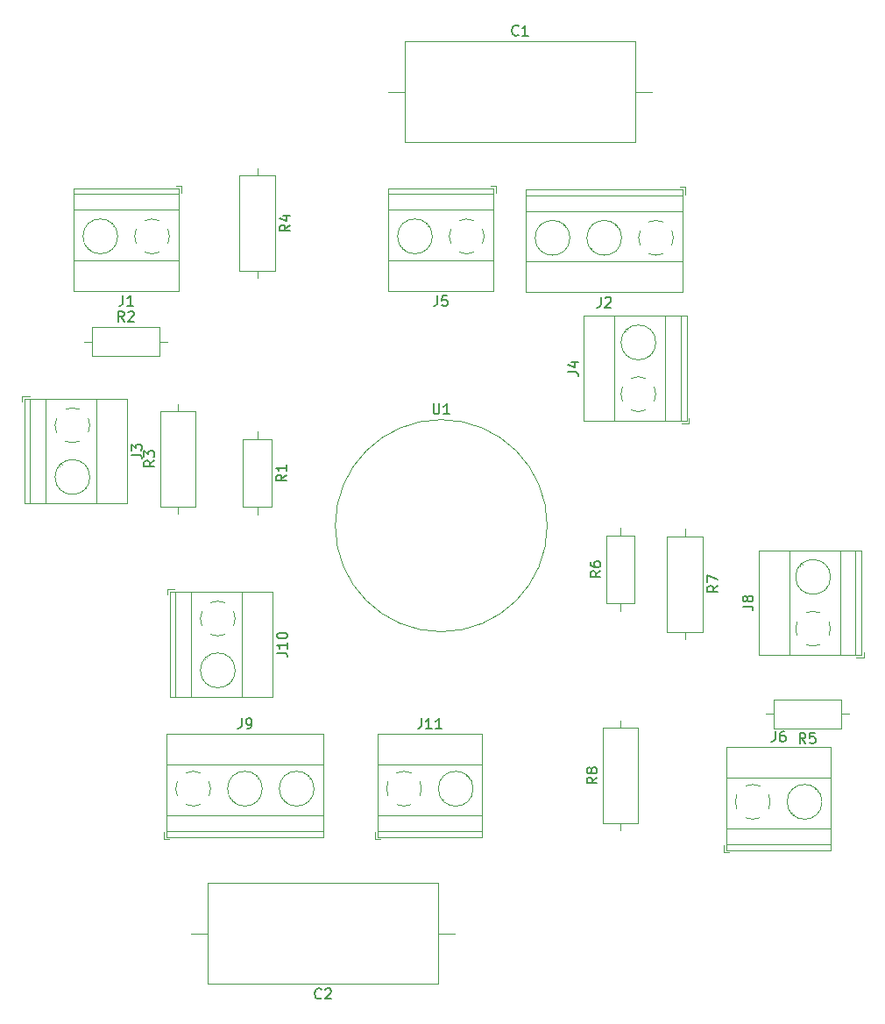
<source format=gbr>
%TF.GenerationSoftware,KiCad,Pcbnew,8.0.3*%
%TF.CreationDate,2024-06-11T18:53:39-07:00*%
%TF.ProjectId,multi-channel-preamp,6d756c74-692d-4636-9861-6e6e656c2d70,rev?*%
%TF.SameCoordinates,Original*%
%TF.FileFunction,Legend,Top*%
%TF.FilePolarity,Positive*%
%FSLAX46Y46*%
G04 Gerber Fmt 4.6, Leading zero omitted, Abs format (unit mm)*
G04 Created by KiCad (PCBNEW 8.0.3) date 2024-06-11 18:53:39*
%MOMM*%
%LPD*%
G01*
G04 APERTURE LIST*
%ADD10C,0.150000*%
%ADD11C,0.120000*%
G04 APERTURE END LIST*
D10*
X121280476Y-108764819D02*
X121280476Y-109479104D01*
X121280476Y-109479104D02*
X121232857Y-109621961D01*
X121232857Y-109621961D02*
X121137619Y-109717200D01*
X121137619Y-109717200D02*
X120994762Y-109764819D01*
X120994762Y-109764819D02*
X120899524Y-109764819D01*
X122280476Y-109764819D02*
X121709048Y-109764819D01*
X121994762Y-109764819D02*
X121994762Y-108764819D01*
X121994762Y-108764819D02*
X121899524Y-108907676D01*
X121899524Y-108907676D02*
X121804286Y-109002914D01*
X121804286Y-109002914D02*
X121709048Y-109050533D01*
X123232857Y-109764819D02*
X122661429Y-109764819D01*
X122947143Y-109764819D02*
X122947143Y-108764819D01*
X122947143Y-108764819D02*
X122851905Y-108907676D01*
X122851905Y-108907676D02*
X122756667Y-109002914D01*
X122756667Y-109002914D02*
X122661429Y-109050533D01*
X107314819Y-102449523D02*
X108029104Y-102449523D01*
X108029104Y-102449523D02*
X108171961Y-102497142D01*
X108171961Y-102497142D02*
X108267200Y-102592380D01*
X108267200Y-102592380D02*
X108314819Y-102735237D01*
X108314819Y-102735237D02*
X108314819Y-102830475D01*
X108314819Y-101449523D02*
X108314819Y-102020951D01*
X108314819Y-101735237D02*
X107314819Y-101735237D01*
X107314819Y-101735237D02*
X107457676Y-101830475D01*
X107457676Y-101830475D02*
X107552914Y-101925713D01*
X107552914Y-101925713D02*
X107600533Y-102020951D01*
X107314819Y-100830475D02*
X107314819Y-100735237D01*
X107314819Y-100735237D02*
X107362438Y-100639999D01*
X107362438Y-100639999D02*
X107410057Y-100592380D01*
X107410057Y-100592380D02*
X107505295Y-100544761D01*
X107505295Y-100544761D02*
X107695771Y-100497142D01*
X107695771Y-100497142D02*
X107933866Y-100497142D01*
X107933866Y-100497142D02*
X108124342Y-100544761D01*
X108124342Y-100544761D02*
X108219580Y-100592380D01*
X108219580Y-100592380D02*
X108267200Y-100639999D01*
X108267200Y-100639999D02*
X108314819Y-100735237D01*
X108314819Y-100735237D02*
X108314819Y-100830475D01*
X108314819Y-100830475D02*
X108267200Y-100925713D01*
X108267200Y-100925713D02*
X108219580Y-100973332D01*
X108219580Y-100973332D02*
X108124342Y-101020951D01*
X108124342Y-101020951D02*
X107933866Y-101068570D01*
X107933866Y-101068570D02*
X107695771Y-101068570D01*
X107695771Y-101068570D02*
X107505295Y-101020951D01*
X107505295Y-101020951D02*
X107410057Y-100973332D01*
X107410057Y-100973332D02*
X107362438Y-100925713D01*
X107362438Y-100925713D02*
X107314819Y-100830475D01*
X103886666Y-108764819D02*
X103886666Y-109479104D01*
X103886666Y-109479104D02*
X103839047Y-109621961D01*
X103839047Y-109621961D02*
X103743809Y-109717200D01*
X103743809Y-109717200D02*
X103600952Y-109764819D01*
X103600952Y-109764819D02*
X103505714Y-109764819D01*
X104410476Y-109764819D02*
X104600952Y-109764819D01*
X104600952Y-109764819D02*
X104696190Y-109717200D01*
X104696190Y-109717200D02*
X104743809Y-109669580D01*
X104743809Y-109669580D02*
X104839047Y-109526723D01*
X104839047Y-109526723D02*
X104886666Y-109336247D01*
X104886666Y-109336247D02*
X104886666Y-108955295D01*
X104886666Y-108955295D02*
X104839047Y-108860057D01*
X104839047Y-108860057D02*
X104791428Y-108812438D01*
X104791428Y-108812438D02*
X104696190Y-108764819D01*
X104696190Y-108764819D02*
X104505714Y-108764819D01*
X104505714Y-108764819D02*
X104410476Y-108812438D01*
X104410476Y-108812438D02*
X104362857Y-108860057D01*
X104362857Y-108860057D02*
X104315238Y-108955295D01*
X104315238Y-108955295D02*
X104315238Y-109193390D01*
X104315238Y-109193390D02*
X104362857Y-109288628D01*
X104362857Y-109288628D02*
X104410476Y-109336247D01*
X104410476Y-109336247D02*
X104505714Y-109383866D01*
X104505714Y-109383866D02*
X104696190Y-109383866D01*
X104696190Y-109383866D02*
X104791428Y-109336247D01*
X104791428Y-109336247D02*
X104839047Y-109288628D01*
X104839047Y-109288628D02*
X104886666Y-109193390D01*
X152310919Y-97953333D02*
X153025204Y-97953333D01*
X153025204Y-97953333D02*
X153168061Y-98000952D01*
X153168061Y-98000952D02*
X153263300Y-98096190D01*
X153263300Y-98096190D02*
X153310919Y-98239047D01*
X153310919Y-98239047D02*
X153310919Y-98334285D01*
X152739490Y-97334285D02*
X152691871Y-97429523D01*
X152691871Y-97429523D02*
X152644252Y-97477142D01*
X152644252Y-97477142D02*
X152549014Y-97524761D01*
X152549014Y-97524761D02*
X152501395Y-97524761D01*
X152501395Y-97524761D02*
X152406157Y-97477142D01*
X152406157Y-97477142D02*
X152358538Y-97429523D01*
X152358538Y-97429523D02*
X152310919Y-97334285D01*
X152310919Y-97334285D02*
X152310919Y-97143809D01*
X152310919Y-97143809D02*
X152358538Y-97048571D01*
X152358538Y-97048571D02*
X152406157Y-97000952D01*
X152406157Y-97000952D02*
X152501395Y-96953333D01*
X152501395Y-96953333D02*
X152549014Y-96953333D01*
X152549014Y-96953333D02*
X152644252Y-97000952D01*
X152644252Y-97000952D02*
X152691871Y-97048571D01*
X152691871Y-97048571D02*
X152739490Y-97143809D01*
X152739490Y-97143809D02*
X152739490Y-97334285D01*
X152739490Y-97334285D02*
X152787109Y-97429523D01*
X152787109Y-97429523D02*
X152834728Y-97477142D01*
X152834728Y-97477142D02*
X152929966Y-97524761D01*
X152929966Y-97524761D02*
X153120442Y-97524761D01*
X153120442Y-97524761D02*
X153215680Y-97477142D01*
X153215680Y-97477142D02*
X153263300Y-97429523D01*
X153263300Y-97429523D02*
X153310919Y-97334285D01*
X153310919Y-97334285D02*
X153310919Y-97143809D01*
X153310919Y-97143809D02*
X153263300Y-97048571D01*
X153263300Y-97048571D02*
X153215680Y-97000952D01*
X153215680Y-97000952D02*
X153120442Y-96953333D01*
X153120442Y-96953333D02*
X152929966Y-96953333D01*
X152929966Y-96953333D02*
X152834728Y-97000952D01*
X152834728Y-97000952D02*
X152787109Y-97048571D01*
X152787109Y-97048571D02*
X152739490Y-97143809D01*
X155461666Y-110034819D02*
X155461666Y-110749104D01*
X155461666Y-110749104D02*
X155414047Y-110891961D01*
X155414047Y-110891961D02*
X155318809Y-110987200D01*
X155318809Y-110987200D02*
X155175952Y-111034819D01*
X155175952Y-111034819D02*
X155080714Y-111034819D01*
X156366428Y-110034819D02*
X156175952Y-110034819D01*
X156175952Y-110034819D02*
X156080714Y-110082438D01*
X156080714Y-110082438D02*
X156033095Y-110130057D01*
X156033095Y-110130057D02*
X155937857Y-110272914D01*
X155937857Y-110272914D02*
X155890238Y-110463390D01*
X155890238Y-110463390D02*
X155890238Y-110844342D01*
X155890238Y-110844342D02*
X155937857Y-110939580D01*
X155937857Y-110939580D02*
X155985476Y-110987200D01*
X155985476Y-110987200D02*
X156080714Y-111034819D01*
X156080714Y-111034819D02*
X156271190Y-111034819D01*
X156271190Y-111034819D02*
X156366428Y-110987200D01*
X156366428Y-110987200D02*
X156414047Y-110939580D01*
X156414047Y-110939580D02*
X156461666Y-110844342D01*
X156461666Y-110844342D02*
X156461666Y-110606247D01*
X156461666Y-110606247D02*
X156414047Y-110511009D01*
X156414047Y-110511009D02*
X156366428Y-110463390D01*
X156366428Y-110463390D02*
X156271190Y-110415771D01*
X156271190Y-110415771D02*
X156080714Y-110415771D01*
X156080714Y-110415771D02*
X155985476Y-110463390D01*
X155985476Y-110463390D02*
X155937857Y-110511009D01*
X155937857Y-110511009D02*
X155890238Y-110606247D01*
X122816666Y-67944819D02*
X122816666Y-68659104D01*
X122816666Y-68659104D02*
X122769047Y-68801961D01*
X122769047Y-68801961D02*
X122673809Y-68897200D01*
X122673809Y-68897200D02*
X122530952Y-68944819D01*
X122530952Y-68944819D02*
X122435714Y-68944819D01*
X123769047Y-67944819D02*
X123292857Y-67944819D01*
X123292857Y-67944819D02*
X123245238Y-68421009D01*
X123245238Y-68421009D02*
X123292857Y-68373390D01*
X123292857Y-68373390D02*
X123388095Y-68325771D01*
X123388095Y-68325771D02*
X123626190Y-68325771D01*
X123626190Y-68325771D02*
X123721428Y-68373390D01*
X123721428Y-68373390D02*
X123769047Y-68421009D01*
X123769047Y-68421009D02*
X123816666Y-68516247D01*
X123816666Y-68516247D02*
X123816666Y-68754342D01*
X123816666Y-68754342D02*
X123769047Y-68849580D01*
X123769047Y-68849580D02*
X123721428Y-68897200D01*
X123721428Y-68897200D02*
X123626190Y-68944819D01*
X123626190Y-68944819D02*
X123388095Y-68944819D01*
X123388095Y-68944819D02*
X123292857Y-68897200D01*
X123292857Y-68897200D02*
X123245238Y-68849580D01*
X135434819Y-75303333D02*
X136149104Y-75303333D01*
X136149104Y-75303333D02*
X136291961Y-75350952D01*
X136291961Y-75350952D02*
X136387200Y-75446190D01*
X136387200Y-75446190D02*
X136434819Y-75589047D01*
X136434819Y-75589047D02*
X136434819Y-75684285D01*
X135768152Y-74398571D02*
X136434819Y-74398571D01*
X135387200Y-74636666D02*
X136101485Y-74874761D01*
X136101485Y-74874761D02*
X136101485Y-74255714D01*
X93268319Y-83307333D02*
X93982604Y-83307333D01*
X93982604Y-83307333D02*
X94125461Y-83354952D01*
X94125461Y-83354952D02*
X94220700Y-83450190D01*
X94220700Y-83450190D02*
X94268319Y-83593047D01*
X94268319Y-83593047D02*
X94268319Y-83688285D01*
X93268319Y-82926380D02*
X93268319Y-82307333D01*
X93268319Y-82307333D02*
X93649271Y-82640666D01*
X93649271Y-82640666D02*
X93649271Y-82497809D01*
X93649271Y-82497809D02*
X93696890Y-82402571D01*
X93696890Y-82402571D02*
X93744509Y-82354952D01*
X93744509Y-82354952D02*
X93839747Y-82307333D01*
X93839747Y-82307333D02*
X94077842Y-82307333D01*
X94077842Y-82307333D02*
X94173080Y-82354952D01*
X94173080Y-82354952D02*
X94220700Y-82402571D01*
X94220700Y-82402571D02*
X94268319Y-82497809D01*
X94268319Y-82497809D02*
X94268319Y-82783523D01*
X94268319Y-82783523D02*
X94220700Y-82878761D01*
X94220700Y-82878761D02*
X94173080Y-82926380D01*
X138606666Y-68085419D02*
X138606666Y-68799704D01*
X138606666Y-68799704D02*
X138559047Y-68942561D01*
X138559047Y-68942561D02*
X138463809Y-69037800D01*
X138463809Y-69037800D02*
X138320952Y-69085419D01*
X138320952Y-69085419D02*
X138225714Y-69085419D01*
X139035238Y-68180657D02*
X139082857Y-68133038D01*
X139082857Y-68133038D02*
X139178095Y-68085419D01*
X139178095Y-68085419D02*
X139416190Y-68085419D01*
X139416190Y-68085419D02*
X139511428Y-68133038D01*
X139511428Y-68133038D02*
X139559047Y-68180657D01*
X139559047Y-68180657D02*
X139606666Y-68275895D01*
X139606666Y-68275895D02*
X139606666Y-68371133D01*
X139606666Y-68371133D02*
X139559047Y-68513990D01*
X139559047Y-68513990D02*
X138987619Y-69085419D01*
X138987619Y-69085419D02*
X139606666Y-69085419D01*
X92416666Y-67944819D02*
X92416666Y-68659104D01*
X92416666Y-68659104D02*
X92369047Y-68801961D01*
X92369047Y-68801961D02*
X92273809Y-68897200D01*
X92273809Y-68897200D02*
X92130952Y-68944819D01*
X92130952Y-68944819D02*
X92035714Y-68944819D01*
X93416666Y-68944819D02*
X92845238Y-68944819D01*
X93130952Y-68944819D02*
X93130952Y-67944819D01*
X93130952Y-67944819D02*
X93035714Y-68087676D01*
X93035714Y-68087676D02*
X92940476Y-68182914D01*
X92940476Y-68182914D02*
X92845238Y-68230533D01*
X111593333Y-135769580D02*
X111545714Y-135817200D01*
X111545714Y-135817200D02*
X111402857Y-135864819D01*
X111402857Y-135864819D02*
X111307619Y-135864819D01*
X111307619Y-135864819D02*
X111164762Y-135817200D01*
X111164762Y-135817200D02*
X111069524Y-135721961D01*
X111069524Y-135721961D02*
X111021905Y-135626723D01*
X111021905Y-135626723D02*
X110974286Y-135436247D01*
X110974286Y-135436247D02*
X110974286Y-135293390D01*
X110974286Y-135293390D02*
X111021905Y-135102914D01*
X111021905Y-135102914D02*
X111069524Y-135007676D01*
X111069524Y-135007676D02*
X111164762Y-134912438D01*
X111164762Y-134912438D02*
X111307619Y-134864819D01*
X111307619Y-134864819D02*
X111402857Y-134864819D01*
X111402857Y-134864819D02*
X111545714Y-134912438D01*
X111545714Y-134912438D02*
X111593333Y-134960057D01*
X111974286Y-134960057D02*
X112021905Y-134912438D01*
X112021905Y-134912438D02*
X112117143Y-134864819D01*
X112117143Y-134864819D02*
X112355238Y-134864819D01*
X112355238Y-134864819D02*
X112450476Y-134912438D01*
X112450476Y-134912438D02*
X112498095Y-134960057D01*
X112498095Y-134960057D02*
X112545714Y-135055295D01*
X112545714Y-135055295D02*
X112545714Y-135150533D01*
X112545714Y-135150533D02*
X112498095Y-135293390D01*
X112498095Y-135293390D02*
X111926667Y-135864819D01*
X111926667Y-135864819D02*
X112545714Y-135864819D01*
X158397933Y-111181219D02*
X158064600Y-110705028D01*
X157826505Y-111181219D02*
X157826505Y-110181219D01*
X157826505Y-110181219D02*
X158207457Y-110181219D01*
X158207457Y-110181219D02*
X158302695Y-110228838D01*
X158302695Y-110228838D02*
X158350314Y-110276457D01*
X158350314Y-110276457D02*
X158397933Y-110371695D01*
X158397933Y-110371695D02*
X158397933Y-110514552D01*
X158397933Y-110514552D02*
X158350314Y-110609790D01*
X158350314Y-110609790D02*
X158302695Y-110657409D01*
X158302695Y-110657409D02*
X158207457Y-110705028D01*
X158207457Y-110705028D02*
X157826505Y-110705028D01*
X159302695Y-110181219D02*
X158826505Y-110181219D01*
X158826505Y-110181219D02*
X158778886Y-110657409D01*
X158778886Y-110657409D02*
X158826505Y-110609790D01*
X158826505Y-110609790D02*
X158921743Y-110562171D01*
X158921743Y-110562171D02*
X159159838Y-110562171D01*
X159159838Y-110562171D02*
X159255076Y-110609790D01*
X159255076Y-110609790D02*
X159302695Y-110657409D01*
X159302695Y-110657409D02*
X159350314Y-110752647D01*
X159350314Y-110752647D02*
X159350314Y-110990742D01*
X159350314Y-110990742D02*
X159302695Y-111085980D01*
X159302695Y-111085980D02*
X159255076Y-111133600D01*
X159255076Y-111133600D02*
X159159838Y-111181219D01*
X159159838Y-111181219D02*
X158921743Y-111181219D01*
X158921743Y-111181219D02*
X158826505Y-111133600D01*
X158826505Y-111133600D02*
X158778886Y-111085980D01*
X138249819Y-114466666D02*
X137773628Y-114799999D01*
X138249819Y-115038094D02*
X137249819Y-115038094D01*
X137249819Y-115038094D02*
X137249819Y-114657142D01*
X137249819Y-114657142D02*
X137297438Y-114561904D01*
X137297438Y-114561904D02*
X137345057Y-114514285D01*
X137345057Y-114514285D02*
X137440295Y-114466666D01*
X137440295Y-114466666D02*
X137583152Y-114466666D01*
X137583152Y-114466666D02*
X137678390Y-114514285D01*
X137678390Y-114514285D02*
X137726009Y-114561904D01*
X137726009Y-114561904D02*
X137773628Y-114657142D01*
X137773628Y-114657142D02*
X137773628Y-115038094D01*
X137678390Y-113895237D02*
X137630771Y-113990475D01*
X137630771Y-113990475D02*
X137583152Y-114038094D01*
X137583152Y-114038094D02*
X137487914Y-114085713D01*
X137487914Y-114085713D02*
X137440295Y-114085713D01*
X137440295Y-114085713D02*
X137345057Y-114038094D01*
X137345057Y-114038094D02*
X137297438Y-113990475D01*
X137297438Y-113990475D02*
X137249819Y-113895237D01*
X137249819Y-113895237D02*
X137249819Y-113704761D01*
X137249819Y-113704761D02*
X137297438Y-113609523D01*
X137297438Y-113609523D02*
X137345057Y-113561904D01*
X137345057Y-113561904D02*
X137440295Y-113514285D01*
X137440295Y-113514285D02*
X137487914Y-113514285D01*
X137487914Y-113514285D02*
X137583152Y-113561904D01*
X137583152Y-113561904D02*
X137630771Y-113609523D01*
X137630771Y-113609523D02*
X137678390Y-113704761D01*
X137678390Y-113704761D02*
X137678390Y-113895237D01*
X137678390Y-113895237D02*
X137726009Y-113990475D01*
X137726009Y-113990475D02*
X137773628Y-114038094D01*
X137773628Y-114038094D02*
X137868866Y-114085713D01*
X137868866Y-114085713D02*
X138059342Y-114085713D01*
X138059342Y-114085713D02*
X138154580Y-114038094D01*
X138154580Y-114038094D02*
X138202200Y-113990475D01*
X138202200Y-113990475D02*
X138249819Y-113895237D01*
X138249819Y-113895237D02*
X138249819Y-113704761D01*
X138249819Y-113704761D02*
X138202200Y-113609523D01*
X138202200Y-113609523D02*
X138154580Y-113561904D01*
X138154580Y-113561904D02*
X138059342Y-113514285D01*
X138059342Y-113514285D02*
X137868866Y-113514285D01*
X137868866Y-113514285D02*
X137773628Y-113561904D01*
X137773628Y-113561904D02*
X137726009Y-113609523D01*
X137726009Y-113609523D02*
X137678390Y-113704761D01*
X130643333Y-42749580D02*
X130595714Y-42797200D01*
X130595714Y-42797200D02*
X130452857Y-42844819D01*
X130452857Y-42844819D02*
X130357619Y-42844819D01*
X130357619Y-42844819D02*
X130214762Y-42797200D01*
X130214762Y-42797200D02*
X130119524Y-42701961D01*
X130119524Y-42701961D02*
X130071905Y-42606723D01*
X130071905Y-42606723D02*
X130024286Y-42416247D01*
X130024286Y-42416247D02*
X130024286Y-42273390D01*
X130024286Y-42273390D02*
X130071905Y-42082914D01*
X130071905Y-42082914D02*
X130119524Y-41987676D01*
X130119524Y-41987676D02*
X130214762Y-41892438D01*
X130214762Y-41892438D02*
X130357619Y-41844819D01*
X130357619Y-41844819D02*
X130452857Y-41844819D01*
X130452857Y-41844819D02*
X130595714Y-41892438D01*
X130595714Y-41892438D02*
X130643333Y-41940057D01*
X131595714Y-42844819D02*
X131024286Y-42844819D01*
X131310000Y-42844819D02*
X131310000Y-41844819D01*
X131310000Y-41844819D02*
X131214762Y-41987676D01*
X131214762Y-41987676D02*
X131119524Y-42082914D01*
X131119524Y-42082914D02*
X131024286Y-42130533D01*
X108234819Y-85256666D02*
X107758628Y-85589999D01*
X108234819Y-85828094D02*
X107234819Y-85828094D01*
X107234819Y-85828094D02*
X107234819Y-85447142D01*
X107234819Y-85447142D02*
X107282438Y-85351904D01*
X107282438Y-85351904D02*
X107330057Y-85304285D01*
X107330057Y-85304285D02*
X107425295Y-85256666D01*
X107425295Y-85256666D02*
X107568152Y-85256666D01*
X107568152Y-85256666D02*
X107663390Y-85304285D01*
X107663390Y-85304285D02*
X107711009Y-85351904D01*
X107711009Y-85351904D02*
X107758628Y-85447142D01*
X107758628Y-85447142D02*
X107758628Y-85828094D01*
X108234819Y-84304285D02*
X108234819Y-84875713D01*
X108234819Y-84589999D02*
X107234819Y-84589999D01*
X107234819Y-84589999D02*
X107377676Y-84685237D01*
X107377676Y-84685237D02*
X107472914Y-84780475D01*
X107472914Y-84780475D02*
X107520533Y-84875713D01*
X108584819Y-61126666D02*
X108108628Y-61459999D01*
X108584819Y-61698094D02*
X107584819Y-61698094D01*
X107584819Y-61698094D02*
X107584819Y-61317142D01*
X107584819Y-61317142D02*
X107632438Y-61221904D01*
X107632438Y-61221904D02*
X107680057Y-61174285D01*
X107680057Y-61174285D02*
X107775295Y-61126666D01*
X107775295Y-61126666D02*
X107918152Y-61126666D01*
X107918152Y-61126666D02*
X108013390Y-61174285D01*
X108013390Y-61174285D02*
X108061009Y-61221904D01*
X108061009Y-61221904D02*
X108108628Y-61317142D01*
X108108628Y-61317142D02*
X108108628Y-61698094D01*
X107918152Y-60269523D02*
X108584819Y-60269523D01*
X107537200Y-60507618D02*
X108251485Y-60745713D01*
X108251485Y-60745713D02*
X108251485Y-60126666D01*
X122428095Y-78374819D02*
X122428095Y-79184342D01*
X122428095Y-79184342D02*
X122475714Y-79279580D01*
X122475714Y-79279580D02*
X122523333Y-79327200D01*
X122523333Y-79327200D02*
X122618571Y-79374819D01*
X122618571Y-79374819D02*
X122809047Y-79374819D01*
X122809047Y-79374819D02*
X122904285Y-79327200D01*
X122904285Y-79327200D02*
X122951904Y-79279580D01*
X122951904Y-79279580D02*
X122999523Y-79184342D01*
X122999523Y-79184342D02*
X122999523Y-78374819D01*
X123999523Y-79374819D02*
X123428095Y-79374819D01*
X123713809Y-79374819D02*
X123713809Y-78374819D01*
X123713809Y-78374819D02*
X123618571Y-78517676D01*
X123618571Y-78517676D02*
X123523333Y-78612914D01*
X123523333Y-78612914D02*
X123428095Y-78660533D01*
X95474019Y-83885066D02*
X94997828Y-84218399D01*
X95474019Y-84456494D02*
X94474019Y-84456494D01*
X94474019Y-84456494D02*
X94474019Y-84075542D01*
X94474019Y-84075542D02*
X94521638Y-83980304D01*
X94521638Y-83980304D02*
X94569257Y-83932685D01*
X94569257Y-83932685D02*
X94664495Y-83885066D01*
X94664495Y-83885066D02*
X94807352Y-83885066D01*
X94807352Y-83885066D02*
X94902590Y-83932685D01*
X94902590Y-83932685D02*
X94950209Y-83980304D01*
X94950209Y-83980304D02*
X94997828Y-84075542D01*
X94997828Y-84075542D02*
X94997828Y-84456494D01*
X94474019Y-83551732D02*
X94474019Y-82932685D01*
X94474019Y-82932685D02*
X94854971Y-83266018D01*
X94854971Y-83266018D02*
X94854971Y-83123161D01*
X94854971Y-83123161D02*
X94902590Y-83027923D01*
X94902590Y-83027923D02*
X94950209Y-82980304D01*
X94950209Y-82980304D02*
X95045447Y-82932685D01*
X95045447Y-82932685D02*
X95283542Y-82932685D01*
X95283542Y-82932685D02*
X95378780Y-82980304D01*
X95378780Y-82980304D02*
X95426400Y-83027923D01*
X95426400Y-83027923D02*
X95474019Y-83123161D01*
X95474019Y-83123161D02*
X95474019Y-83408875D01*
X95474019Y-83408875D02*
X95426400Y-83504113D01*
X95426400Y-83504113D02*
X95378780Y-83551732D01*
X149920819Y-95975466D02*
X149444628Y-96308799D01*
X149920819Y-96546894D02*
X148920819Y-96546894D01*
X148920819Y-96546894D02*
X148920819Y-96165942D01*
X148920819Y-96165942D02*
X148968438Y-96070704D01*
X148968438Y-96070704D02*
X149016057Y-96023085D01*
X149016057Y-96023085D02*
X149111295Y-95975466D01*
X149111295Y-95975466D02*
X149254152Y-95975466D01*
X149254152Y-95975466D02*
X149349390Y-96023085D01*
X149349390Y-96023085D02*
X149397009Y-96070704D01*
X149397009Y-96070704D02*
X149444628Y-96165942D01*
X149444628Y-96165942D02*
X149444628Y-96546894D01*
X148920819Y-95642132D02*
X148920819Y-94975466D01*
X148920819Y-94975466D02*
X149920819Y-95404037D01*
X92543333Y-70474819D02*
X92210000Y-69998628D01*
X91971905Y-70474819D02*
X91971905Y-69474819D01*
X91971905Y-69474819D02*
X92352857Y-69474819D01*
X92352857Y-69474819D02*
X92448095Y-69522438D01*
X92448095Y-69522438D02*
X92495714Y-69570057D01*
X92495714Y-69570057D02*
X92543333Y-69665295D01*
X92543333Y-69665295D02*
X92543333Y-69808152D01*
X92543333Y-69808152D02*
X92495714Y-69903390D01*
X92495714Y-69903390D02*
X92448095Y-69951009D01*
X92448095Y-69951009D02*
X92352857Y-69998628D01*
X92352857Y-69998628D02*
X91971905Y-69998628D01*
X92924286Y-69570057D02*
X92971905Y-69522438D01*
X92971905Y-69522438D02*
X93067143Y-69474819D01*
X93067143Y-69474819D02*
X93305238Y-69474819D01*
X93305238Y-69474819D02*
X93400476Y-69522438D01*
X93400476Y-69522438D02*
X93448095Y-69570057D01*
X93448095Y-69570057D02*
X93495714Y-69665295D01*
X93495714Y-69665295D02*
X93495714Y-69760533D01*
X93495714Y-69760533D02*
X93448095Y-69903390D01*
X93448095Y-69903390D02*
X92876667Y-70474819D01*
X92876667Y-70474819D02*
X93495714Y-70474819D01*
X138582419Y-94553066D02*
X138106228Y-94886399D01*
X138582419Y-95124494D02*
X137582419Y-95124494D01*
X137582419Y-95124494D02*
X137582419Y-94743542D01*
X137582419Y-94743542D02*
X137630038Y-94648304D01*
X137630038Y-94648304D02*
X137677657Y-94600685D01*
X137677657Y-94600685D02*
X137772895Y-94553066D01*
X137772895Y-94553066D02*
X137915752Y-94553066D01*
X137915752Y-94553066D02*
X138010990Y-94600685D01*
X138010990Y-94600685D02*
X138058609Y-94648304D01*
X138058609Y-94648304D02*
X138106228Y-94743542D01*
X138106228Y-94743542D02*
X138106228Y-95124494D01*
X137582419Y-93695923D02*
X137582419Y-93886399D01*
X137582419Y-93886399D02*
X137630038Y-93981637D01*
X137630038Y-93981637D02*
X137677657Y-94029256D01*
X137677657Y-94029256D02*
X137820514Y-94124494D01*
X137820514Y-94124494D02*
X138010990Y-94172113D01*
X138010990Y-94172113D02*
X138391942Y-94172113D01*
X138391942Y-94172113D02*
X138487180Y-94124494D01*
X138487180Y-94124494D02*
X138534800Y-94076875D01*
X138534800Y-94076875D02*
X138582419Y-93981637D01*
X138582419Y-93981637D02*
X138582419Y-93791161D01*
X138582419Y-93791161D02*
X138534800Y-93695923D01*
X138534800Y-93695923D02*
X138487180Y-93648304D01*
X138487180Y-93648304D02*
X138391942Y-93600685D01*
X138391942Y-93600685D02*
X138153847Y-93600685D01*
X138153847Y-93600685D02*
X138058609Y-93648304D01*
X138058609Y-93648304D02*
X138010990Y-93695923D01*
X138010990Y-93695923D02*
X137963371Y-93791161D01*
X137963371Y-93791161D02*
X137963371Y-93981637D01*
X137963371Y-93981637D02*
X138010990Y-94076875D01*
X138010990Y-94076875D02*
X138058609Y-94124494D01*
X138058609Y-94124494D02*
X138153847Y-94172113D01*
D11*
%TO.C,J11*%
X126270000Y-115570000D02*
G75*
G02*
X122910000Y-115570000I-1680000J0D01*
G01*
X122910000Y-115570000D02*
G75*
G02*
X126270000Y-115570000I1680000J0D01*
G01*
X121125427Y-114886958D02*
G75*
G02*
X121125000Y-116254000I-1535427J-683042D01*
G01*
X120273318Y-117104756D02*
G75*
G02*
X119590000Y-117250000I-683318J1534756D01*
G01*
X119618805Y-117250253D02*
G75*
G02*
X118906000Y-117105000I-28806J1680254D01*
G01*
X118906958Y-114034573D02*
G75*
G02*
X120274000Y-114035000I683041J-1535420D01*
G01*
X118054573Y-116253042D02*
G75*
G02*
X118055000Y-114886000I1535420J683041D01*
G01*
X127150000Y-110309000D02*
X127150000Y-120230000D01*
X125865000Y-114501000D02*
X125818000Y-114547000D01*
X125660000Y-114295000D02*
X125625000Y-114331000D01*
X123556000Y-116809000D02*
X123521000Y-116844000D01*
X123363000Y-116593000D02*
X123316000Y-116639000D01*
X117030000Y-120230000D02*
X127150000Y-120230000D01*
X117030000Y-119670000D02*
X127150000Y-119670000D01*
X117030000Y-118170000D02*
X127150000Y-118170000D01*
X117030000Y-113269000D02*
X127150000Y-113269000D01*
X117030000Y-110309000D02*
X127150000Y-110309000D01*
X117030000Y-110309000D02*
X117030000Y-120230000D01*
X116790000Y-120470000D02*
X117290000Y-120470000D01*
X116790000Y-119730000D02*
X116790000Y-120470000D01*
%TO.C,J10*%
X103280000Y-104140000D02*
G75*
G02*
X99920000Y-104140000I-1680000J0D01*
G01*
X99920000Y-104140000D02*
G75*
G02*
X103280000Y-104140000I1680000J0D01*
G01*
X102283042Y-100675427D02*
G75*
G02*
X100916000Y-100675000I-683042J1535427D01*
G01*
X100065244Y-99823318D02*
G75*
G02*
X99920000Y-99140000I1534756J683318D01*
G01*
X99919747Y-99168805D02*
G75*
G02*
X100065000Y-98456000I1680254J28806D01*
G01*
X103135427Y-98456958D02*
G75*
G02*
X103135000Y-99824000I-1535420J-683041D01*
G01*
X100916958Y-97604573D02*
G75*
G02*
X102284000Y-97605000I683041J-1535420D01*
G01*
X106861000Y-106700000D02*
X96940000Y-106700000D01*
X102669000Y-105415000D02*
X102623000Y-105368000D01*
X102875000Y-105210000D02*
X102839000Y-105175000D01*
X100361000Y-103106000D02*
X100326000Y-103071000D01*
X100577000Y-102913000D02*
X100531000Y-102866000D01*
X96940000Y-96580000D02*
X96940000Y-106700000D01*
X97500000Y-96580000D02*
X97500000Y-106700000D01*
X99000000Y-96580000D02*
X99000000Y-106700000D01*
X103901000Y-96580000D02*
X103901000Y-106700000D01*
X106861000Y-96580000D02*
X106861000Y-106700000D01*
X106861000Y-96580000D02*
X96940000Y-96580000D01*
X96700000Y-96340000D02*
X96700000Y-96840000D01*
X97440000Y-96340000D02*
X96700000Y-96340000D01*
%TO.C,J9*%
X110900000Y-115570000D02*
G75*
G02*
X107540000Y-115570000I-1680000J0D01*
G01*
X107540000Y-115570000D02*
G75*
G02*
X110900000Y-115570000I1680000J0D01*
G01*
X105900000Y-115570000D02*
G75*
G02*
X102540000Y-115570000I-1680000J0D01*
G01*
X102540000Y-115570000D02*
G75*
G02*
X105900000Y-115570000I1680000J0D01*
G01*
X100755427Y-114886958D02*
G75*
G02*
X100755000Y-116254000I-1535427J-683042D01*
G01*
X99903318Y-117104756D02*
G75*
G02*
X99220000Y-117250000I-683318J1534756D01*
G01*
X99248805Y-117250253D02*
G75*
G02*
X98536000Y-117105000I-28806J1680254D01*
G01*
X98536958Y-114034573D02*
G75*
G02*
X99904000Y-114035000I683041J-1535420D01*
G01*
X97684573Y-116253042D02*
G75*
G02*
X97685000Y-114886000I1535420J683041D01*
G01*
X111780000Y-110309000D02*
X111780000Y-120230000D01*
X110495000Y-114501000D02*
X110448000Y-114547000D01*
X110290000Y-114295000D02*
X110255000Y-114331000D01*
X108186000Y-116809000D02*
X108151000Y-116844000D01*
X107993000Y-116593000D02*
X107946000Y-116639000D01*
X105495000Y-114501000D02*
X105448000Y-114547000D01*
X105290000Y-114295000D02*
X105255000Y-114331000D01*
X103186000Y-116809000D02*
X103151000Y-116844000D01*
X102993000Y-116593000D02*
X102946000Y-116639000D01*
X96660000Y-120230000D02*
X111780000Y-120230000D01*
X96660000Y-119670000D02*
X111780000Y-119670000D01*
X96660000Y-118170000D02*
X111780000Y-118170000D01*
X96660000Y-113269000D02*
X111780000Y-113269000D01*
X96660000Y-110309000D02*
X111780000Y-110309000D01*
X96660000Y-110309000D02*
X96660000Y-120230000D01*
X96420000Y-120470000D02*
X96920000Y-120470000D01*
X96420000Y-119730000D02*
X96420000Y-120470000D01*
%TO.C,J8*%
X163276100Y-102920000D02*
X164016100Y-102920000D01*
X164016100Y-102920000D02*
X164016100Y-102420000D01*
X153855100Y-102680000D02*
X163776100Y-102680000D01*
X153855100Y-102680000D02*
X153855100Y-92560000D01*
X156815100Y-102680000D02*
X156815100Y-92560000D01*
X161716100Y-102680000D02*
X161716100Y-92560000D01*
X163216100Y-102680000D02*
X163216100Y-92560000D01*
X163776100Y-102680000D02*
X163776100Y-92560000D01*
X160139100Y-96347000D02*
X160185100Y-96394000D01*
X160355100Y-96154000D02*
X160390100Y-96189000D01*
X157841100Y-94050000D02*
X157877100Y-94085000D01*
X158047100Y-93845000D02*
X158093100Y-93892000D01*
X153855100Y-92560000D02*
X163776100Y-92560000D01*
X159799142Y-101655427D02*
G75*
G02*
X158432100Y-101655000I-683041J1535420D01*
G01*
X157580673Y-100803042D02*
G75*
G02*
X157581100Y-99436000I1535420J683041D01*
G01*
X160796353Y-100091195D02*
G75*
G02*
X160651100Y-100804000I-1680254J-28806D01*
G01*
X160650856Y-99436682D02*
G75*
G02*
X160796100Y-100120000I-1534756J-683318D01*
G01*
X158433058Y-98584573D02*
G75*
G02*
X159800100Y-98585000I683042J-1535427D01*
G01*
X160796100Y-95120000D02*
G75*
G02*
X157436100Y-95120000I-1680000J0D01*
G01*
X157436100Y-95120000D02*
G75*
G02*
X160796100Y-95120000I1680000J0D01*
G01*
%TO.C,J6*%
X150495000Y-121000000D02*
X150495000Y-121740000D01*
X150495000Y-121740000D02*
X150995000Y-121740000D01*
X150735000Y-111579000D02*
X150735000Y-121500000D01*
X150735000Y-111579000D02*
X160855000Y-111579000D01*
X150735000Y-114539000D02*
X160855000Y-114539000D01*
X150735000Y-119440000D02*
X160855000Y-119440000D01*
X150735000Y-120940000D02*
X160855000Y-120940000D01*
X150735000Y-121500000D02*
X160855000Y-121500000D01*
X157068000Y-117863000D02*
X157021000Y-117909000D01*
X157261000Y-118079000D02*
X157226000Y-118114000D01*
X159365000Y-115565000D02*
X159330000Y-115601000D01*
X159570000Y-115771000D02*
X159523000Y-115817000D01*
X160855000Y-111579000D02*
X160855000Y-121500000D01*
X151759573Y-117523042D02*
G75*
G02*
X151760000Y-116156000I1535420J683041D01*
G01*
X152611958Y-115304573D02*
G75*
G02*
X153979000Y-115305000I683041J-1535420D01*
G01*
X153323805Y-118520253D02*
G75*
G02*
X152611000Y-118375000I-28806J1680254D01*
G01*
X153978318Y-118374756D02*
G75*
G02*
X153295000Y-118520000I-683318J1534756D01*
G01*
X154830427Y-116156958D02*
G75*
G02*
X154830000Y-117524000I-1535427J-683042D01*
G01*
X159975000Y-116840000D02*
G75*
G02*
X156615000Y-116840000I-1680000J0D01*
G01*
X156615000Y-116840000D02*
G75*
G02*
X159975000Y-116840000I1680000J0D01*
G01*
%TO.C,J5*%
X128450000Y-58070000D02*
X128450000Y-57330000D01*
X128450000Y-57330000D02*
X127950000Y-57330000D01*
X128210000Y-67491000D02*
X128210000Y-57570000D01*
X128210000Y-67491000D02*
X118090000Y-67491000D01*
X128210000Y-64531000D02*
X118090000Y-64531000D01*
X128210000Y-59630000D02*
X118090000Y-59630000D01*
X128210000Y-58130000D02*
X118090000Y-58130000D01*
X128210000Y-57570000D02*
X118090000Y-57570000D01*
X121877000Y-61207000D02*
X121924000Y-61161000D01*
X121684000Y-60991000D02*
X121719000Y-60956000D01*
X119580000Y-63505000D02*
X119615000Y-63469000D01*
X119375000Y-63299000D02*
X119422000Y-63253000D01*
X118090000Y-67491000D02*
X118090000Y-57570000D01*
X127185427Y-61546958D02*
G75*
G02*
X127185000Y-62914000I-1535420J-683041D01*
G01*
X126333042Y-63765427D02*
G75*
G02*
X124966000Y-63765000I-683041J1535420D01*
G01*
X125621195Y-60549747D02*
G75*
G02*
X126334000Y-60695000I28806J-1680254D01*
G01*
X124966682Y-60695244D02*
G75*
G02*
X125650000Y-60550000I683318J-1534756D01*
G01*
X124114573Y-62913042D02*
G75*
G02*
X124115000Y-61546000I1535427J683042D01*
G01*
X122330000Y-62230000D02*
G75*
G02*
X118970000Y-62230000I-1680000J0D01*
G01*
X118970000Y-62230000D02*
G75*
G02*
X122330000Y-62230000I1680000J0D01*
G01*
%TO.C,J4*%
X146400000Y-80270000D02*
X147140000Y-80270000D01*
X147140000Y-80270000D02*
X147140000Y-79770000D01*
X136979000Y-80030000D02*
X146900000Y-80030000D01*
X136979000Y-80030000D02*
X136979000Y-69910000D01*
X139939000Y-80030000D02*
X139939000Y-69910000D01*
X144840000Y-80030000D02*
X144840000Y-69910000D01*
X146340000Y-80030000D02*
X146340000Y-69910000D01*
X146900000Y-80030000D02*
X146900000Y-69910000D01*
X143263000Y-73697000D02*
X143309000Y-73744000D01*
X143479000Y-73504000D02*
X143514000Y-73539000D01*
X140965000Y-71400000D02*
X141001000Y-71435000D01*
X141171000Y-71195000D02*
X141217000Y-71242000D01*
X136979000Y-69910000D02*
X146900000Y-69910000D01*
X142923042Y-79005427D02*
G75*
G02*
X141556000Y-79005000I-683041J1535420D01*
G01*
X140704573Y-78153042D02*
G75*
G02*
X140705000Y-76786000I1535420J683041D01*
G01*
X143920253Y-77441195D02*
G75*
G02*
X143775000Y-78154000I-1680254J-28806D01*
G01*
X143774756Y-76786682D02*
G75*
G02*
X143920000Y-77470000I-1534756J-683318D01*
G01*
X141556958Y-75934573D02*
G75*
G02*
X142924000Y-75935000I683042J-1535427D01*
G01*
X143920000Y-72470000D02*
G75*
G02*
X140560000Y-72470000I-1680000J0D01*
G01*
X140560000Y-72470000D02*
G75*
G02*
X143920000Y-72470000I1680000J0D01*
G01*
%TO.C,J3*%
X83393500Y-77674000D02*
X82653500Y-77674000D01*
X82653500Y-77674000D02*
X82653500Y-78174000D01*
X92814500Y-77914000D02*
X82893500Y-77914000D01*
X92814500Y-77914000D02*
X92814500Y-88034000D01*
X89854500Y-77914000D02*
X89854500Y-88034000D01*
X84953500Y-77914000D02*
X84953500Y-88034000D01*
X83453500Y-77914000D02*
X83453500Y-88034000D01*
X82893500Y-77914000D02*
X82893500Y-88034000D01*
X86530500Y-84247000D02*
X86484500Y-84200000D01*
X86314500Y-84440000D02*
X86279500Y-84405000D01*
X88828500Y-86544000D02*
X88792500Y-86509000D01*
X88622500Y-86749000D02*
X88576500Y-86702000D01*
X92814500Y-88034000D02*
X82893500Y-88034000D01*
X86870458Y-78938573D02*
G75*
G02*
X88237500Y-78939000I683041J-1535420D01*
G01*
X89088927Y-79790958D02*
G75*
G02*
X89088500Y-81158000I-1535420J-683041D01*
G01*
X85873247Y-80502805D02*
G75*
G02*
X86018500Y-79790000I1680254J28806D01*
G01*
X86018744Y-81157318D02*
G75*
G02*
X85873500Y-80474000I1534756J683318D01*
G01*
X88236542Y-82009427D02*
G75*
G02*
X86869500Y-82009000I-683042J1535427D01*
G01*
X89233500Y-85474000D02*
G75*
G02*
X85873500Y-85474000I-1680000J0D01*
G01*
X85873500Y-85474000D02*
G75*
G02*
X89233500Y-85474000I1680000J0D01*
G01*
%TO.C,J2*%
X146740000Y-58210600D02*
X146740000Y-57470600D01*
X146740000Y-57470600D02*
X146240000Y-57470600D01*
X146500000Y-67631600D02*
X146500000Y-57710600D01*
X146500000Y-67631600D02*
X131380000Y-67631600D01*
X146500000Y-64671600D02*
X131380000Y-64671600D01*
X146500000Y-59770600D02*
X131380000Y-59770600D01*
X146500000Y-58270600D02*
X131380000Y-58270600D01*
X146500000Y-57710600D02*
X131380000Y-57710600D01*
X140167000Y-61347600D02*
X140214000Y-61301600D01*
X139974000Y-61131600D02*
X140009000Y-61096600D01*
X137870000Y-63645600D02*
X137905000Y-63609600D01*
X137665000Y-63439600D02*
X137712000Y-63393600D01*
X135167000Y-61347600D02*
X135214000Y-61301600D01*
X134974000Y-61131600D02*
X135009000Y-61096600D01*
X132870000Y-63645600D02*
X132905000Y-63609600D01*
X132665000Y-63439600D02*
X132712000Y-63393600D01*
X131380000Y-67631600D02*
X131380000Y-57710600D01*
X145475427Y-61687558D02*
G75*
G02*
X145475000Y-63054600I-1535420J-683041D01*
G01*
X144623042Y-63906027D02*
G75*
G02*
X143256000Y-63905600I-683041J1535420D01*
G01*
X143911195Y-60690347D02*
G75*
G02*
X144624000Y-60835600I28806J-1680254D01*
G01*
X143256682Y-60835844D02*
G75*
G02*
X143940000Y-60690600I683318J-1534756D01*
G01*
X142404573Y-63053642D02*
G75*
G02*
X142405000Y-61686600I1535427J683042D01*
G01*
X140620000Y-62370600D02*
G75*
G02*
X137260000Y-62370600I-1680000J0D01*
G01*
X137260000Y-62370600D02*
G75*
G02*
X140620000Y-62370600I1680000J0D01*
G01*
X135620000Y-62370600D02*
G75*
G02*
X132260000Y-62370600I-1680000J0D01*
G01*
X132260000Y-62370600D02*
G75*
G02*
X135620000Y-62370600I1680000J0D01*
G01*
%TO.C,J1*%
X98050000Y-58070000D02*
X98050000Y-57330000D01*
X98050000Y-57330000D02*
X97550000Y-57330000D01*
X97810000Y-67491000D02*
X97810000Y-57570000D01*
X97810000Y-67491000D02*
X87690000Y-67491000D01*
X97810000Y-64531000D02*
X87690000Y-64531000D01*
X97810000Y-59630000D02*
X87690000Y-59630000D01*
X97810000Y-58130000D02*
X87690000Y-58130000D01*
X97810000Y-57570000D02*
X87690000Y-57570000D01*
X91477000Y-61207000D02*
X91524000Y-61161000D01*
X91284000Y-60991000D02*
X91319000Y-60956000D01*
X89180000Y-63505000D02*
X89215000Y-63469000D01*
X88975000Y-63299000D02*
X89022000Y-63253000D01*
X87690000Y-67491000D02*
X87690000Y-57570000D01*
X96785427Y-61546958D02*
G75*
G02*
X96785000Y-62914000I-1535420J-683041D01*
G01*
X95933042Y-63765427D02*
G75*
G02*
X94566000Y-63765000I-683041J1535420D01*
G01*
X95221195Y-60549747D02*
G75*
G02*
X95934000Y-60695000I28806J-1680254D01*
G01*
X94566682Y-60695244D02*
G75*
G02*
X95250000Y-60550000I683318J-1534756D01*
G01*
X93714573Y-62913042D02*
G75*
G02*
X93715000Y-61546000I1535427J683042D01*
G01*
X91930000Y-62230000D02*
G75*
G02*
X88570000Y-62230000I-1680000J0D01*
G01*
X88570000Y-62230000D02*
G75*
G02*
X91930000Y-62230000I1680000J0D01*
G01*
%TO.C,C2*%
X124470000Y-129540000D02*
X122880000Y-129540000D01*
X122880000Y-134410000D02*
X122880000Y-124670000D01*
X122880000Y-124670000D02*
X100640000Y-124670000D01*
X100640000Y-134410000D02*
X122880000Y-134410000D01*
X100640000Y-124670000D02*
X100640000Y-134410000D01*
X99050000Y-129540000D02*
X100640000Y-129540000D01*
%TO.C,R5*%
X154524600Y-108356400D02*
X155294600Y-108356400D01*
X155294600Y-106986400D02*
X155294600Y-109726400D01*
X155294600Y-109726400D02*
X161834600Y-109726400D01*
X161834600Y-106986400D02*
X155294600Y-106986400D01*
X161834600Y-109726400D02*
X161834600Y-106986400D01*
X162604600Y-108356400D02*
X161834600Y-108356400D01*
%TO.C,R8*%
X138795000Y-109680000D02*
X138795000Y-118920000D01*
X138795000Y-118920000D02*
X142235000Y-118920000D01*
X140515000Y-108990000D02*
X140515000Y-109680000D01*
X140515000Y-119610000D02*
X140515000Y-118920000D01*
X142235000Y-109680000D02*
X138795000Y-109680000D01*
X142235000Y-118920000D02*
X142235000Y-109680000D01*
%TO.C,C1*%
X118100000Y-48260000D02*
X119690000Y-48260000D01*
X119690000Y-43390000D02*
X119690000Y-53130000D01*
X119690000Y-53130000D02*
X141930000Y-53130000D01*
X141930000Y-43390000D02*
X119690000Y-43390000D01*
X141930000Y-53130000D02*
X141930000Y-43390000D01*
X143520000Y-48260000D02*
X141930000Y-48260000D01*
%TO.C,R1*%
X104040000Y-81820000D02*
X104040000Y-88360000D01*
X104040000Y-88360000D02*
X106780000Y-88360000D01*
X105410000Y-81050000D02*
X105410000Y-81820000D01*
X105410000Y-89130000D02*
X105410000Y-88360000D01*
X106780000Y-81820000D02*
X104040000Y-81820000D01*
X106780000Y-88360000D02*
X106780000Y-81820000D01*
%TO.C,R4*%
X103690000Y-56340000D02*
X103690000Y-65580000D01*
X103690000Y-65580000D02*
X107130000Y-65580000D01*
X105410000Y-55650000D02*
X105410000Y-56340000D01*
X105410000Y-66270000D02*
X105410000Y-65580000D01*
X107130000Y-56340000D02*
X103690000Y-56340000D01*
X107130000Y-65580000D02*
X107130000Y-56340000D01*
%TO.C,U1*%
X133429067Y-90170000D02*
G75*
G02*
X112950933Y-90170000I-10239067J0D01*
G01*
X112950933Y-90170000D02*
G75*
G02*
X133429067Y-90170000I10239067J0D01*
G01*
%TO.C,R3*%
X96019200Y-79098400D02*
X96019200Y-88338400D01*
X96019200Y-88338400D02*
X99459200Y-88338400D01*
X97739200Y-78408400D02*
X97739200Y-79098400D01*
X97739200Y-89028400D02*
X97739200Y-88338400D01*
X99459200Y-79098400D02*
X96019200Y-79098400D01*
X99459200Y-88338400D02*
X99459200Y-79098400D01*
%TO.C,R7*%
X145026000Y-91188800D02*
X145026000Y-100428800D01*
X145026000Y-100428800D02*
X148466000Y-100428800D01*
X146746000Y-90498800D02*
X146746000Y-91188800D01*
X146746000Y-101118800D02*
X146746000Y-100428800D01*
X148466000Y-91188800D02*
X145026000Y-91188800D01*
X148466000Y-100428800D02*
X148466000Y-91188800D01*
%TO.C,R2*%
X88670000Y-72390000D02*
X89440000Y-72390000D01*
X89440000Y-71020000D02*
X89440000Y-73760000D01*
X89440000Y-73760000D02*
X95980000Y-73760000D01*
X95980000Y-71020000D02*
X89440000Y-71020000D01*
X95980000Y-73760000D02*
X95980000Y-71020000D01*
X96750000Y-72390000D02*
X95980000Y-72390000D01*
%TO.C,R6*%
X139127600Y-91116400D02*
X139127600Y-97656400D01*
X139127600Y-97656400D02*
X141867600Y-97656400D01*
X140497600Y-90346400D02*
X140497600Y-91116400D01*
X140497600Y-98426400D02*
X140497600Y-97656400D01*
X141867600Y-91116400D02*
X139127600Y-91116400D01*
X141867600Y-97656400D02*
X141867600Y-91116400D01*
%TD*%
M02*

</source>
